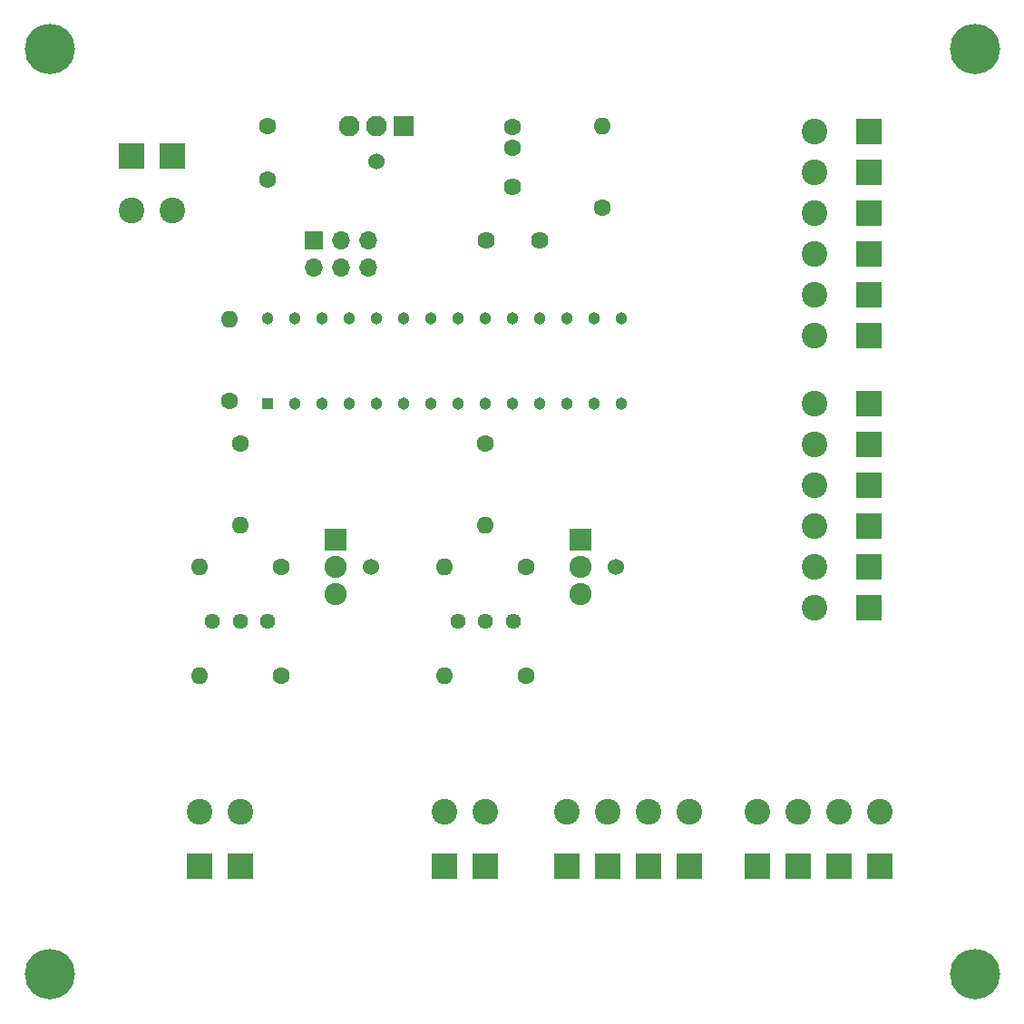
<source format=gbr>
%TF.GenerationSoftware,KiCad,Pcbnew,(5.1.10)-1*%
%TF.CreationDate,2021-12-22T13:08:42+01:00*%
%TF.ProjectId,Scheinwerfer_Dirk,53636865-696e-4776-9572-6665725f4469,V2.0*%
%TF.SameCoordinates,Original*%
%TF.FileFunction,Soldermask,Top*%
%TF.FilePolarity,Negative*%
%FSLAX46Y46*%
G04 Gerber Fmt 4.6, Leading zero omitted, Abs format (unit mm)*
G04 Created by KiCad (PCBNEW (5.1.10)-1) date 2021-12-22 13:08:42*
%MOMM*%
%LPD*%
G01*
G04 APERTURE LIST*
%ADD10C,3.100000*%
%ADD11C,4.700000*%
%ADD12C,1.133000*%
%ADD13R,1.133000X1.133000*%
%ADD14O,1.700000X1.700000*%
%ADD15R,1.700000X1.700000*%
%ADD16C,1.440000*%
%ADD17C,2.070000*%
%ADD18R,2.070000X2.070000*%
%ADD19O,1.600000X1.600000*%
%ADD20C,1.600000*%
%ADD21C,1.620000*%
%ADD22C,1.524000*%
%ADD23C,1.935000*%
%ADD24R,1.935000X1.935000*%
%ADD25C,2.400000*%
%ADD26R,2.400000X2.400000*%
G04 APERTURE END LIST*
D10*
%TO.C,REF\u002A\u002A*%
X157470000Y-45646000D03*
D11*
X157470000Y-45646000D03*
%TD*%
%TO.C,REF\u002A\u002A*%
X157470000Y-132006000D03*
D10*
X157470000Y-132006000D03*
%TD*%
%TO.C,REF\u002A\u002A*%
X71110000Y-132006000D03*
D11*
X71110000Y-132006000D03*
%TD*%
%TO.C,REF\u002A\u002A*%
X71110000Y-45646000D03*
D10*
X71110000Y-45646000D03*
%TD*%
D12*
%TO.C,IC2*%
X91440000Y-70802000D03*
X93980000Y-70802000D03*
X96520000Y-70802000D03*
X99060000Y-70802000D03*
X101600000Y-70802000D03*
X104140000Y-70802000D03*
X106680000Y-70802000D03*
X109220000Y-70802000D03*
X111760000Y-70802000D03*
X114300000Y-70802000D03*
X116840000Y-70802000D03*
X119380000Y-70802000D03*
X121920000Y-70802000D03*
X124460000Y-70802000D03*
X124460000Y-78740000D03*
X121920000Y-78740000D03*
X119380000Y-78740000D03*
X116840000Y-78740000D03*
X114300000Y-78740000D03*
X111760000Y-78740000D03*
X109220000Y-78740000D03*
X106680000Y-78740000D03*
X104140000Y-78740000D03*
X101600000Y-78740000D03*
X99060000Y-78740000D03*
X96520000Y-78740000D03*
X93980000Y-78740000D03*
D13*
X91440000Y-78740000D03*
%TD*%
D14*
%TO.C,CON8*%
X95758000Y-66040000D03*
X98298000Y-66040000D03*
X100838000Y-66040000D03*
X100838000Y-63500000D03*
X98298000Y-63500000D03*
D15*
X95758000Y-63500000D03*
%TD*%
D16*
%TO.C,T4*%
X109220000Y-99060000D03*
X111820000Y-99060000D03*
X114420000Y-99060000D03*
%TD*%
D17*
%TO.C,T3*%
X120650000Y-96520000D03*
X120650000Y-93980000D03*
D18*
X120650000Y-91440000D03*
%TD*%
D16*
%TO.C,T2*%
X86300000Y-99060000D03*
X88900000Y-99060000D03*
X91500000Y-99060000D03*
%TD*%
D17*
%TO.C,T1*%
X97790000Y-96520000D03*
X97790000Y-93980000D03*
D18*
X97790000Y-91440000D03*
%TD*%
D19*
%TO.C,R7*%
X87874000Y-70866000D03*
D20*
X87874000Y-78486000D03*
%TD*%
D19*
%TO.C,R6*%
X107950000Y-104140000D03*
D20*
X115570000Y-104140000D03*
%TD*%
D19*
%TO.C,R5*%
X111750000Y-90096000D03*
D20*
X111750000Y-82476000D03*
%TD*%
D19*
%TO.C,R4*%
X85090000Y-104140000D03*
D20*
X92710000Y-104140000D03*
%TD*%
D19*
%TO.C,R3*%
X88890000Y-90096000D03*
D20*
X88890000Y-82476000D03*
%TD*%
D21*
%TO.C,R2*%
X116840000Y-63500000D03*
X114340000Y-58500000D03*
X111840000Y-63500000D03*
%TD*%
D19*
%TO.C,R1*%
X122682000Y-52832000D03*
D20*
X122682000Y-60452000D03*
%TD*%
D22*
%TO.C,KK3*%
X101600000Y-56134000D03*
%TD*%
%TO.C,KK2*%
X123952000Y-93980000D03*
%TD*%
%TO.C,KK1*%
X101092000Y-93980000D03*
%TD*%
D23*
%TO.C,IC1*%
X99060000Y-52832000D03*
X101600000Y-52832000D03*
D24*
X104140000Y-52832000D03*
%TD*%
D19*
%TO.C,D2*%
X107950000Y-93980000D03*
D20*
X115570000Y-93980000D03*
%TD*%
D19*
%TO.C,D1*%
X85090000Y-93980000D03*
D20*
X92710000Y-93980000D03*
%TD*%
D25*
%TO.C,CON7_2*%
X111760000Y-116840000D03*
D26*
X111760000Y-121920000D03*
%TD*%
D25*
%TO.C,CON7_1*%
X107950000Y-116840000D03*
D26*
X107950000Y-121920000D03*
%TD*%
D25*
%TO.C,CON6_2*%
X88900000Y-116840000D03*
D26*
X88900000Y-121920000D03*
%TD*%
D25*
%TO.C,CON6_1*%
X85090000Y-116840000D03*
D26*
X85090000Y-121920000D03*
%TD*%
D25*
%TO.C,CON5_4*%
X148590000Y-116840000D03*
D26*
X148590000Y-121920000D03*
%TD*%
D25*
%TO.C,CON5_3*%
X144780000Y-116840000D03*
D26*
X144780000Y-121920000D03*
%TD*%
D25*
%TO.C,CON5_2*%
X140970000Y-116840000D03*
D26*
X140970000Y-121920000D03*
%TD*%
D25*
%TO.C,CON5_1*%
X137160000Y-116840000D03*
D26*
X137160000Y-121920000D03*
%TD*%
D25*
%TO.C,CON4_4*%
X130810000Y-116840000D03*
D26*
X130810000Y-121920000D03*
%TD*%
D25*
%TO.C,CON4_3*%
X127000000Y-116840000D03*
D26*
X127000000Y-121920000D03*
%TD*%
D25*
%TO.C,CON4_2*%
X123190000Y-116840000D03*
D26*
X123190000Y-121920000D03*
%TD*%
D25*
%TO.C,CON4_1*%
X119380000Y-116840000D03*
D26*
X119380000Y-121920000D03*
%TD*%
D25*
%TO.C,CON3_6*%
X142494000Y-53340000D03*
D26*
X147574000Y-53340000D03*
%TD*%
D25*
%TO.C,CON3_5*%
X142494000Y-57150000D03*
D26*
X147574000Y-57150000D03*
%TD*%
D25*
%TO.C,CON3_4*%
X142494000Y-60960000D03*
D26*
X147574000Y-60960000D03*
%TD*%
D25*
%TO.C,CON3_3*%
X142494000Y-64770000D03*
D26*
X147574000Y-64770000D03*
%TD*%
D25*
%TO.C,CON3_2*%
X142494000Y-68580000D03*
D26*
X147574000Y-68580000D03*
%TD*%
D25*
%TO.C,CON3_1*%
X142494000Y-72390000D03*
D26*
X147574000Y-72390000D03*
%TD*%
D25*
%TO.C,CON2_6*%
X142494000Y-78740000D03*
D26*
X147574000Y-78740000D03*
%TD*%
D25*
%TO.C,CON2_5*%
X142494000Y-82550000D03*
D26*
X147574000Y-82550000D03*
%TD*%
D25*
%TO.C,CON2_4*%
X142494000Y-86360000D03*
D26*
X147574000Y-86360000D03*
%TD*%
D25*
%TO.C,CON2_3*%
X142494000Y-90170000D03*
D26*
X147574000Y-90170000D03*
%TD*%
D25*
%TO.C,CON2_2*%
X142494000Y-93980000D03*
D26*
X147574000Y-93980000D03*
%TD*%
D25*
%TO.C,CON2_1*%
X142494000Y-97790000D03*
D26*
X147574000Y-97790000D03*
%TD*%
D25*
%TO.C,CON1_2*%
X78740000Y-60706000D03*
D26*
X78740000Y-55626000D03*
%TD*%
D25*
%TO.C,CON1_1*%
X82550000Y-60706000D03*
D26*
X82550000Y-55626000D03*
%TD*%
D20*
%TO.C,C2*%
X114300000Y-54864000D03*
X114300000Y-52864000D03*
%TD*%
%TO.C,C1*%
X91440000Y-57832000D03*
X91440000Y-52832000D03*
%TD*%
M02*

</source>
